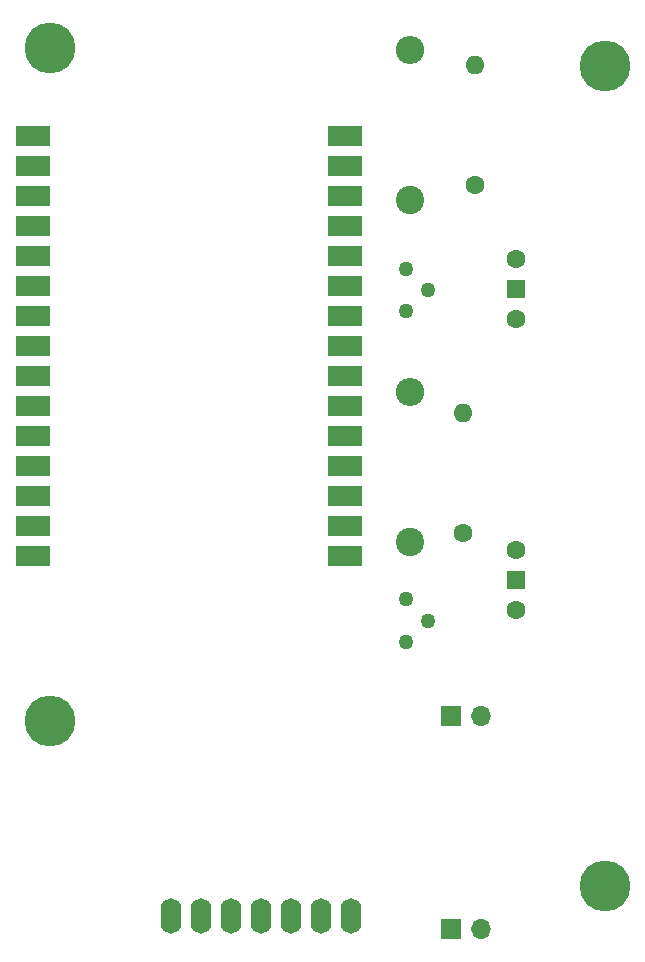
<source format=gbr>
%TF.GenerationSoftware,KiCad,Pcbnew,8.0.4*%
%TF.CreationDate,2024-12-05T15:49:58-05:00*%
%TF.ProjectId,CVTPCB,43565450-4342-42e6-9b69-6361645f7063,rev?*%
%TF.SameCoordinates,Original*%
%TF.FileFunction,Soldermask,Bot*%
%TF.FilePolarity,Negative*%
%FSLAX46Y46*%
G04 Gerber Fmt 4.6, Leading zero omitted, Abs format (unit mm)*
G04 Created by KiCad (PCBNEW 8.0.4) date 2024-12-05 15:49:58*
%MOMM*%
%LPD*%
G01*
G04 APERTURE LIST*
%ADD10C,2.400000*%
%ADD11O,2.400000X2.400000*%
%ADD12C,1.600000*%
%ADD13O,1.600000X1.600000*%
%ADD14R,1.700000X1.700000*%
%ADD15O,1.700000X1.700000*%
%ADD16C,4.300000*%
%ADD17O,1.750000X3.000000*%
%ADD18R,3.000000X1.700000*%
%ADD19R,1.500000X1.500000*%
%ADD20C,1.260000*%
G04 APERTURE END LIST*
D10*
%TO.C,R4*%
X146500000Y-69850000D03*
D11*
X146500000Y-57150000D03*
%TD*%
D12*
%TO.C,R3*%
X152000000Y-68580000D03*
D13*
X152000000Y-58420000D03*
%TD*%
D14*
%TO.C,J4*%
X150000000Y-113578500D03*
D15*
X152540000Y-113578500D03*
D14*
X150000000Y-131612500D03*
D15*
X152540000Y-131612500D03*
%TD*%
D16*
%TO.C,H4*%
X116000000Y-57000000D03*
%TD*%
D17*
%TO.C,U4*%
X126260000Y-130500000D03*
X128800000Y-130500000D03*
X131340000Y-130500000D03*
X133880000Y-130500000D03*
X136420000Y-130500000D03*
X138960000Y-130500000D03*
X141500000Y-130500000D03*
%TD*%
D16*
%TO.C,H2*%
X116000000Y-114000000D03*
%TD*%
D18*
%TO.C,U3*%
X114600000Y-64440000D03*
X114600000Y-66980000D03*
X114600000Y-69520000D03*
X114600000Y-72060000D03*
X114600000Y-74600000D03*
X114600000Y-77140000D03*
X114600000Y-79680000D03*
X114600000Y-82220000D03*
X114600000Y-84760000D03*
X114600000Y-87300000D03*
X114600000Y-89840000D03*
X114600000Y-92380000D03*
X114600000Y-94920000D03*
X114600000Y-97460000D03*
X114600000Y-100000000D03*
X141000000Y-100000000D03*
X141000000Y-97460000D03*
X141000000Y-94920000D03*
X141000000Y-92380000D03*
X141000000Y-89840000D03*
X141000000Y-87300000D03*
X141000000Y-84760000D03*
X141000000Y-82220000D03*
X141000000Y-79680000D03*
X141000000Y-77140000D03*
X141000000Y-74600000D03*
X141000000Y-72060000D03*
X141000000Y-69520000D03*
X141000000Y-66980000D03*
X141000000Y-64440000D03*
%TD*%
D19*
%TO.C,SW1*%
X155500000Y-77460000D03*
D12*
X155500000Y-74920000D03*
X155500000Y-80000000D03*
%TD*%
D16*
%TO.C,H3*%
X163000000Y-58500000D03*
%TD*%
D20*
%TO.C,PrimPot1*%
X146200000Y-107300000D03*
X147996051Y-105503949D03*
X146200000Y-103707898D03*
%TD*%
%TO.C,SecPot1*%
X146200000Y-79300000D03*
X147996051Y-77503949D03*
X146200000Y-75707898D03*
%TD*%
D16*
%TO.C,H1*%
X163000000Y-128000000D03*
%TD*%
D12*
%TO.C,R1*%
X151000000Y-98080000D03*
D13*
X151000000Y-87920000D03*
%TD*%
D10*
%TO.C,R2*%
X146500000Y-98850000D03*
D11*
X146500000Y-86150000D03*
%TD*%
D19*
%TO.C,SW2*%
X155500000Y-102040000D03*
D12*
X155500000Y-99500000D03*
X155500000Y-104580000D03*
%TD*%
M02*

</source>
